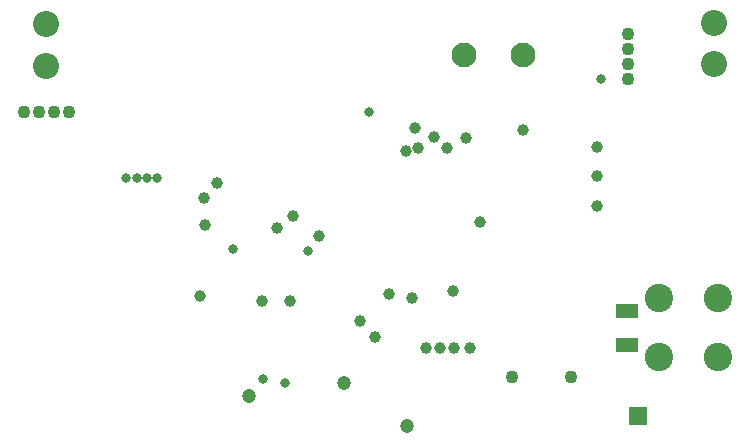
<source format=gbs>
G04*
G04 #@! TF.GenerationSoftware,Altium Limited,Altium Designer,23.7.1 (13)*
G04*
G04 Layer_Color=16711935*
%FSLAX25Y25*%
%MOIN*%
G70*
G04*
G04 #@! TF.SameCoordinates,F4DCA568-12CF-4C60-A2D5-0128ED73B792*
G04*
G04*
G04 #@! TF.FilePolarity,Negative*
G04*
G01*
G75*
%ADD46R,0.05906X0.05906*%
%ADD51R,0.07480X0.04921*%
%ADD75C,0.04331*%
%ADD76C,0.09461*%
%ADD77C,0.08674*%
%ADD78C,0.08268*%
%ADD79C,0.03162*%
%ADD80C,0.03950*%
%ADD81C,0.04737*%
D46*
X215551Y9843D02*
D03*
D51*
X211811Y33268D02*
D03*
Y44685D02*
D03*
D75*
X212205Y137008D02*
D03*
Y132008D02*
D03*
Y127027D02*
D03*
Y122008D02*
D03*
X173622Y22835D02*
D03*
X193307D02*
D03*
X26004Y111024D02*
D03*
X21004D02*
D03*
X16024D02*
D03*
X11004D02*
D03*
D76*
X242126Y49213D02*
D03*
Y29528D02*
D03*
X222441D02*
D03*
Y49213D02*
D03*
D77*
X240908Y140713D02*
D03*
Y126933D02*
D03*
X18075Y126539D02*
D03*
Y140319D02*
D03*
D78*
X177165Y129921D02*
D03*
X157480D02*
D03*
D79*
X125984Y111221D02*
D03*
X203132Y122029D02*
D03*
X90551Y22047D02*
D03*
X98032Y20866D02*
D03*
X105512Y64764D02*
D03*
X80512Y65551D02*
D03*
X44882Y88976D02*
D03*
X48425D02*
D03*
X51772D02*
D03*
X55118D02*
D03*
D80*
X201772Y79724D02*
D03*
Y89567D02*
D03*
Y99410D02*
D03*
X141345Y105899D02*
D03*
X162992Y74239D02*
D03*
X142307Y99013D02*
D03*
X151950Y99207D02*
D03*
X147644Y102750D02*
D03*
X158287Y102381D02*
D03*
X159449Y32283D02*
D03*
X153946Y51565D02*
D03*
X140176Y49213D02*
D03*
X132677Y50394D02*
D03*
X71063Y73425D02*
D03*
X70866Y82284D02*
D03*
X69685Y49803D02*
D03*
X122835Y41339D02*
D03*
X127953Y36220D02*
D03*
X138170Y98072D02*
D03*
X109055Y69685D02*
D03*
X177165Y105118D02*
D03*
X154331Y32283D02*
D03*
X90158Y48031D02*
D03*
X144882Y32283D02*
D03*
X149606D02*
D03*
X99606Y48031D02*
D03*
X100394Y76378D02*
D03*
X95162Y72554D02*
D03*
X75197Y87402D02*
D03*
D81*
X138386Y6299D02*
D03*
X117520Y20866D02*
D03*
X85827Y16535D02*
D03*
M02*

</source>
